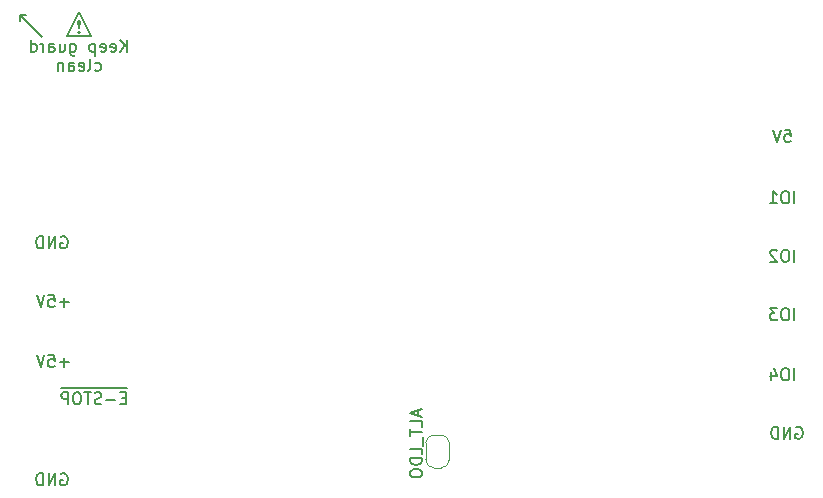
<source format=gbo>
G04 #@! TF.GenerationSoftware,KiCad,Pcbnew,6.0.10-86aedd382b~118~ubuntu22.04.1*
G04 #@! TF.CreationDate,2023-01-24T12:47:23+01:00*
G04 #@! TF.ProjectId,shield,73686965-6c64-42e6-9b69-6361645f7063,rev?*
G04 #@! TF.SameCoordinates,Original*
G04 #@! TF.FileFunction,Legend,Bot*
G04 #@! TF.FilePolarity,Positive*
%FSLAX46Y46*%
G04 Gerber Fmt 4.6, Leading zero omitted, Abs format (unit mm)*
G04 Created by KiCad (PCBNEW 6.0.10-86aedd382b~118~ubuntu22.04.1) date 2023-01-24 12:47:23*
%MOMM*%
%LPD*%
G01*
G04 APERTURE LIST*
G04 Aperture macros list*
%AMFreePoly0*
4,1,22,0.500000,-0.750000,0.000000,-0.750000,0.000000,-0.745033,-0.079941,-0.743568,-0.215256,-0.701293,-0.333266,-0.622738,-0.424486,-0.514219,-0.481581,-0.384460,-0.499164,-0.250000,-0.500000,-0.250000,-0.500000,0.250000,-0.499164,0.250000,-0.499963,0.256109,-0.478152,0.396186,-0.417904,0.524511,-0.324060,0.630769,-0.204165,0.706417,-0.067858,0.745374,0.000000,0.744959,0.000000,0.750000,
0.500000,0.750000,0.500000,-0.750000,0.500000,-0.750000,$1*%
%AMFreePoly1*
4,1,20,0.000000,0.744959,0.073905,0.744508,0.209726,0.703889,0.328688,0.626782,0.421226,0.519385,0.479903,0.390333,0.500000,0.250000,0.500000,-0.250000,0.499851,-0.262216,0.476331,-0.402017,0.414519,-0.529596,0.319384,-0.634700,0.198574,-0.708877,0.061801,-0.746166,0.000000,-0.745033,0.000000,-0.750000,-0.500000,-0.750000,-0.500000,0.750000,0.000000,0.750000,0.000000,0.744959,
0.000000,0.744959,$1*%
G04 Aperture macros list end*
%ADD10C,0.150000*%
%ADD11C,0.120000*%
%ADD12C,0.600000*%
%ADD13C,2.050000*%
%ADD14C,2.250000*%
%ADD15R,1.700000X1.700000*%
%ADD16O,1.700000X1.700000*%
%ADD17R,1.800000X1.800000*%
%ADD18C,1.800000*%
%ADD19R,3.960000X1.980000*%
%ADD20O,3.960000X1.980000*%
%ADD21C,3.200000*%
%ADD22C,1.700000*%
%ADD23R,3.000000X3.000000*%
%ADD24C,3.000000*%
%ADD25FreePoly0,270.000000*%
%ADD26FreePoly1,270.000000*%
%ADD27R,1.600000X1.600000*%
%ADD28O,1.600000X1.600000*%
G04 APERTURE END LIST*
D10*
X123888500Y-85534500D02*
X122047000Y-83693000D01*
X125476000Y-115316000D02*
X131064000Y-115316000D01*
X122047000Y-83693000D02*
X122047000Y-84201000D01*
X122047000Y-83693000D02*
X122555000Y-83693000D01*
X126126714Y-108021428D02*
X125364809Y-108021428D01*
X125745761Y-108402380D02*
X125745761Y-107640476D01*
X124412428Y-107402380D02*
X124888619Y-107402380D01*
X124936238Y-107878571D01*
X124888619Y-107830952D01*
X124793380Y-107783333D01*
X124555285Y-107783333D01*
X124460047Y-107830952D01*
X124412428Y-107878571D01*
X124364809Y-107973809D01*
X124364809Y-108211904D01*
X124412428Y-108307142D01*
X124460047Y-108354761D01*
X124555285Y-108402380D01*
X124793380Y-108402380D01*
X124888619Y-108354761D01*
X124936238Y-108307142D01*
X124079095Y-107402380D02*
X123745761Y-108402380D01*
X123412428Y-107402380D01*
X187705904Y-118626000D02*
X187801142Y-118578380D01*
X187944000Y-118578380D01*
X188086857Y-118626000D01*
X188182095Y-118721238D01*
X188229714Y-118816476D01*
X188277333Y-119006952D01*
X188277333Y-119149809D01*
X188229714Y-119340285D01*
X188182095Y-119435523D01*
X188086857Y-119530761D01*
X187944000Y-119578380D01*
X187848761Y-119578380D01*
X187705904Y-119530761D01*
X187658285Y-119483142D01*
X187658285Y-119149809D01*
X187848761Y-119149809D01*
X187229714Y-119578380D02*
X187229714Y-118578380D01*
X186658285Y-119578380D01*
X186658285Y-118578380D01*
X186182095Y-119578380D02*
X186182095Y-118578380D01*
X185944000Y-118578380D01*
X185801142Y-118626000D01*
X185705904Y-118721238D01*
X185658285Y-118816476D01*
X185610666Y-119006952D01*
X185610666Y-119149809D01*
X185658285Y-119340285D01*
X185705904Y-119435523D01*
X185801142Y-119530761D01*
X185944000Y-119578380D01*
X186182095Y-119578380D01*
X187563000Y-109545380D02*
X187563000Y-108545380D01*
X186896333Y-108545380D02*
X186705857Y-108545380D01*
X186610619Y-108593000D01*
X186515380Y-108688238D01*
X186467761Y-108878714D01*
X186467761Y-109212047D01*
X186515380Y-109402523D01*
X186610619Y-109497761D01*
X186705857Y-109545380D01*
X186896333Y-109545380D01*
X186991571Y-109497761D01*
X187086809Y-109402523D01*
X187134428Y-109212047D01*
X187134428Y-108878714D01*
X187086809Y-108688238D01*
X186991571Y-108593000D01*
X186896333Y-108545380D01*
X186134428Y-108545380D02*
X185515380Y-108545380D01*
X185848714Y-108926333D01*
X185705857Y-108926333D01*
X185610619Y-108973952D01*
X185563000Y-109021571D01*
X185515380Y-109116809D01*
X185515380Y-109354904D01*
X185563000Y-109450142D01*
X185610619Y-109497761D01*
X185705857Y-109545380D01*
X185991571Y-109545380D01*
X186086809Y-109497761D01*
X186134428Y-109450142D01*
X125475904Y-122563000D02*
X125571142Y-122515380D01*
X125714000Y-122515380D01*
X125856857Y-122563000D01*
X125952095Y-122658238D01*
X125999714Y-122753476D01*
X126047333Y-122943952D01*
X126047333Y-123086809D01*
X125999714Y-123277285D01*
X125952095Y-123372523D01*
X125856857Y-123467761D01*
X125714000Y-123515380D01*
X125618761Y-123515380D01*
X125475904Y-123467761D01*
X125428285Y-123420142D01*
X125428285Y-123086809D01*
X125618761Y-123086809D01*
X124999714Y-123515380D02*
X124999714Y-122515380D01*
X124428285Y-123515380D01*
X124428285Y-122515380D01*
X123952095Y-123515380D02*
X123952095Y-122515380D01*
X123714000Y-122515380D01*
X123571142Y-122563000D01*
X123475904Y-122658238D01*
X123428285Y-122753476D01*
X123380666Y-122943952D01*
X123380666Y-123086809D01*
X123428285Y-123277285D01*
X123475904Y-123372523D01*
X123571142Y-123467761D01*
X123714000Y-123515380D01*
X123952095Y-123515380D01*
X187563000Y-114625380D02*
X187563000Y-113625380D01*
X186896333Y-113625380D02*
X186705857Y-113625380D01*
X186610619Y-113673000D01*
X186515380Y-113768238D01*
X186467761Y-113958714D01*
X186467761Y-114292047D01*
X186515380Y-114482523D01*
X186610619Y-114577761D01*
X186705857Y-114625380D01*
X186896333Y-114625380D01*
X186991571Y-114577761D01*
X187086809Y-114482523D01*
X187134428Y-114292047D01*
X187134428Y-113958714D01*
X187086809Y-113768238D01*
X186991571Y-113673000D01*
X186896333Y-113625380D01*
X185610619Y-113958714D02*
X185610619Y-114625380D01*
X185848714Y-113577761D02*
X186086809Y-114292047D01*
X185467761Y-114292047D01*
X125475904Y-102497000D02*
X125571142Y-102449380D01*
X125714000Y-102449380D01*
X125856857Y-102497000D01*
X125952095Y-102592238D01*
X125999714Y-102687476D01*
X126047333Y-102877952D01*
X126047333Y-103020809D01*
X125999714Y-103211285D01*
X125952095Y-103306523D01*
X125856857Y-103401761D01*
X125714000Y-103449380D01*
X125618761Y-103449380D01*
X125475904Y-103401761D01*
X125428285Y-103354142D01*
X125428285Y-103020809D01*
X125618761Y-103020809D01*
X124999714Y-103449380D02*
X124999714Y-102449380D01*
X124428285Y-103449380D01*
X124428285Y-102449380D01*
X123952095Y-103449380D02*
X123952095Y-102449380D01*
X123714000Y-102449380D01*
X123571142Y-102497000D01*
X123475904Y-102592238D01*
X123428285Y-102687476D01*
X123380666Y-102877952D01*
X123380666Y-103020809D01*
X123428285Y-103211285D01*
X123475904Y-103306523D01*
X123571142Y-103401761D01*
X123714000Y-103449380D01*
X123952095Y-103449380D01*
X126126714Y-113101428D02*
X125364809Y-113101428D01*
X125745761Y-113482380D02*
X125745761Y-112720476D01*
X124412428Y-112482380D02*
X124888619Y-112482380D01*
X124936238Y-112958571D01*
X124888619Y-112910952D01*
X124793380Y-112863333D01*
X124555285Y-112863333D01*
X124460047Y-112910952D01*
X124412428Y-112958571D01*
X124364809Y-113053809D01*
X124364809Y-113291904D01*
X124412428Y-113387142D01*
X124460047Y-113434761D01*
X124555285Y-113482380D01*
X124793380Y-113482380D01*
X124888619Y-113434761D01*
X124936238Y-113387142D01*
X124079095Y-112482380D02*
X123745761Y-113482380D01*
X123412428Y-112482380D01*
X127000000Y-85107142D02*
X126952380Y-85154761D01*
X127000000Y-85202380D01*
X127047619Y-85154761D01*
X127000000Y-85107142D01*
X127000000Y-85202380D01*
X127000000Y-84821428D02*
X127047619Y-84250000D01*
X127000000Y-84202380D01*
X126952380Y-84250000D01*
X127000000Y-84821428D01*
X127000000Y-84202380D01*
X131071428Y-86812380D02*
X131071428Y-85812380D01*
X130500000Y-86812380D02*
X130928571Y-86240952D01*
X130500000Y-85812380D02*
X131071428Y-86383809D01*
X129690476Y-86764761D02*
X129785714Y-86812380D01*
X129976190Y-86812380D01*
X130071428Y-86764761D01*
X130119047Y-86669523D01*
X130119047Y-86288571D01*
X130071428Y-86193333D01*
X129976190Y-86145714D01*
X129785714Y-86145714D01*
X129690476Y-86193333D01*
X129642857Y-86288571D01*
X129642857Y-86383809D01*
X130119047Y-86479047D01*
X128833333Y-86764761D02*
X128928571Y-86812380D01*
X129119047Y-86812380D01*
X129214285Y-86764761D01*
X129261904Y-86669523D01*
X129261904Y-86288571D01*
X129214285Y-86193333D01*
X129119047Y-86145714D01*
X128928571Y-86145714D01*
X128833333Y-86193333D01*
X128785714Y-86288571D01*
X128785714Y-86383809D01*
X129261904Y-86479047D01*
X128357142Y-86145714D02*
X128357142Y-87145714D01*
X128357142Y-86193333D02*
X128261904Y-86145714D01*
X128071428Y-86145714D01*
X127976190Y-86193333D01*
X127928571Y-86240952D01*
X127880952Y-86336190D01*
X127880952Y-86621904D01*
X127928571Y-86717142D01*
X127976190Y-86764761D01*
X128071428Y-86812380D01*
X128261904Y-86812380D01*
X128357142Y-86764761D01*
X126261904Y-86145714D02*
X126261904Y-86955238D01*
X126309523Y-87050476D01*
X126357142Y-87098095D01*
X126452380Y-87145714D01*
X126595238Y-87145714D01*
X126690476Y-87098095D01*
X126261904Y-86764761D02*
X126357142Y-86812380D01*
X126547619Y-86812380D01*
X126642857Y-86764761D01*
X126690476Y-86717142D01*
X126738095Y-86621904D01*
X126738095Y-86336190D01*
X126690476Y-86240952D01*
X126642857Y-86193333D01*
X126547619Y-86145714D01*
X126357142Y-86145714D01*
X126261904Y-86193333D01*
X125357142Y-86145714D02*
X125357142Y-86812380D01*
X125785714Y-86145714D02*
X125785714Y-86669523D01*
X125738095Y-86764761D01*
X125642857Y-86812380D01*
X125500000Y-86812380D01*
X125404761Y-86764761D01*
X125357142Y-86717142D01*
X124452380Y-86812380D02*
X124452380Y-86288571D01*
X124500000Y-86193333D01*
X124595238Y-86145714D01*
X124785714Y-86145714D01*
X124880952Y-86193333D01*
X124452380Y-86764761D02*
X124547619Y-86812380D01*
X124785714Y-86812380D01*
X124880952Y-86764761D01*
X124928571Y-86669523D01*
X124928571Y-86574285D01*
X124880952Y-86479047D01*
X124785714Y-86431428D01*
X124547619Y-86431428D01*
X124452380Y-86383809D01*
X123976190Y-86812380D02*
X123976190Y-86145714D01*
X123976190Y-86336190D02*
X123928571Y-86240952D01*
X123880952Y-86193333D01*
X123785714Y-86145714D01*
X123690476Y-86145714D01*
X122928571Y-86812380D02*
X122928571Y-85812380D01*
X122928571Y-86764761D02*
X123023809Y-86812380D01*
X123214285Y-86812380D01*
X123309523Y-86764761D01*
X123357142Y-86717142D01*
X123404761Y-86621904D01*
X123404761Y-86336190D01*
X123357142Y-86240952D01*
X123309523Y-86193333D01*
X123214285Y-86145714D01*
X123023809Y-86145714D01*
X122928571Y-86193333D01*
X128357142Y-88374761D02*
X128452380Y-88422380D01*
X128642857Y-88422380D01*
X128738095Y-88374761D01*
X128785714Y-88327142D01*
X128833333Y-88231904D01*
X128833333Y-87946190D01*
X128785714Y-87850952D01*
X128738095Y-87803333D01*
X128642857Y-87755714D01*
X128452380Y-87755714D01*
X128357142Y-87803333D01*
X127785714Y-88422380D02*
X127880952Y-88374761D01*
X127928571Y-88279523D01*
X127928571Y-87422380D01*
X127023809Y-88374761D02*
X127119047Y-88422380D01*
X127309523Y-88422380D01*
X127404761Y-88374761D01*
X127452380Y-88279523D01*
X127452380Y-87898571D01*
X127404761Y-87803333D01*
X127309523Y-87755714D01*
X127119047Y-87755714D01*
X127023809Y-87803333D01*
X126976190Y-87898571D01*
X126976190Y-87993809D01*
X127452380Y-88089047D01*
X126119047Y-88422380D02*
X126119047Y-87898571D01*
X126166666Y-87803333D01*
X126261904Y-87755714D01*
X126452380Y-87755714D01*
X126547619Y-87803333D01*
X126119047Y-88374761D02*
X126214285Y-88422380D01*
X126452380Y-88422380D01*
X126547619Y-88374761D01*
X126595238Y-88279523D01*
X126595238Y-88184285D01*
X126547619Y-88089047D01*
X126452380Y-88041428D01*
X126214285Y-88041428D01*
X126119047Y-87993809D01*
X125642857Y-87755714D02*
X125642857Y-88422380D01*
X125642857Y-87850952D02*
X125595238Y-87803333D01*
X125500000Y-87755714D01*
X125357142Y-87755714D01*
X125261904Y-87803333D01*
X125214285Y-87898571D01*
X125214285Y-88422380D01*
X187563000Y-99639380D02*
X187563000Y-98639380D01*
X186896333Y-98639380D02*
X186705857Y-98639380D01*
X186610619Y-98687000D01*
X186515380Y-98782238D01*
X186467761Y-98972714D01*
X186467761Y-99306047D01*
X186515380Y-99496523D01*
X186610619Y-99591761D01*
X186705857Y-99639380D01*
X186896333Y-99639380D01*
X186991571Y-99591761D01*
X187086809Y-99496523D01*
X187134428Y-99306047D01*
X187134428Y-98972714D01*
X187086809Y-98782238D01*
X186991571Y-98687000D01*
X186896333Y-98639380D01*
X185515380Y-99639380D02*
X186086809Y-99639380D01*
X185801095Y-99639380D02*
X185801095Y-98639380D01*
X185896333Y-98782238D01*
X185991571Y-98877476D01*
X186086809Y-98925095D01*
X187563000Y-104592380D02*
X187563000Y-103592380D01*
X186896333Y-103592380D02*
X186705857Y-103592380D01*
X186610619Y-103640000D01*
X186515380Y-103735238D01*
X186467761Y-103925714D01*
X186467761Y-104259047D01*
X186515380Y-104449523D01*
X186610619Y-104544761D01*
X186705857Y-104592380D01*
X186896333Y-104592380D01*
X186991571Y-104544761D01*
X187086809Y-104449523D01*
X187134428Y-104259047D01*
X187134428Y-103925714D01*
X187086809Y-103735238D01*
X186991571Y-103640000D01*
X186896333Y-103592380D01*
X186086809Y-103687619D02*
X186039190Y-103640000D01*
X185943952Y-103592380D01*
X185705857Y-103592380D01*
X185610619Y-103640000D01*
X185563000Y-103687619D01*
X185515380Y-103782857D01*
X185515380Y-103878095D01*
X185563000Y-104020952D01*
X186134428Y-104592380D01*
X185515380Y-104592380D01*
X128000000Y-85486761D02*
X127000000Y-83486761D01*
X126000000Y-85486761D01*
X128000000Y-85486761D01*
X155741666Y-117181666D02*
X155741666Y-117657857D01*
X156027380Y-117086428D02*
X155027380Y-117419761D01*
X156027380Y-117753095D01*
X156027380Y-118562619D02*
X156027380Y-118086428D01*
X155027380Y-118086428D01*
X155027380Y-118753095D02*
X155027380Y-119324523D01*
X156027380Y-119038809D02*
X155027380Y-119038809D01*
X156122619Y-119419761D02*
X156122619Y-120181666D01*
X156027380Y-120895952D02*
X156027380Y-120419761D01*
X155027380Y-120419761D01*
X156027380Y-121229285D02*
X155027380Y-121229285D01*
X155027380Y-121467380D01*
X155075000Y-121610238D01*
X155170238Y-121705476D01*
X155265476Y-121753095D01*
X155455952Y-121800714D01*
X155598809Y-121800714D01*
X155789285Y-121753095D01*
X155884523Y-121705476D01*
X155979761Y-121610238D01*
X156027380Y-121467380D01*
X156027380Y-121229285D01*
X155027380Y-122419761D02*
X155027380Y-122610238D01*
X155075000Y-122705476D01*
X155170238Y-122800714D01*
X155360714Y-122848333D01*
X155694047Y-122848333D01*
X155884523Y-122800714D01*
X155979761Y-122705476D01*
X156027380Y-122610238D01*
X156027380Y-122419761D01*
X155979761Y-122324523D01*
X155884523Y-122229285D01*
X155694047Y-122181666D01*
X155360714Y-122181666D01*
X155170238Y-122229285D01*
X155075000Y-122324523D01*
X155027380Y-122419761D01*
X130984285Y-116133571D02*
X130650952Y-116133571D01*
X130508095Y-116657380D02*
X130984285Y-116657380D01*
X130984285Y-115657380D01*
X130508095Y-115657380D01*
X130079523Y-116276428D02*
X129317619Y-116276428D01*
X128889047Y-116609761D02*
X128746190Y-116657380D01*
X128508095Y-116657380D01*
X128412857Y-116609761D01*
X128365238Y-116562142D01*
X128317619Y-116466904D01*
X128317619Y-116371666D01*
X128365238Y-116276428D01*
X128412857Y-116228809D01*
X128508095Y-116181190D01*
X128698571Y-116133571D01*
X128793809Y-116085952D01*
X128841428Y-116038333D01*
X128889047Y-115943095D01*
X128889047Y-115847857D01*
X128841428Y-115752619D01*
X128793809Y-115705000D01*
X128698571Y-115657380D01*
X128460476Y-115657380D01*
X128317619Y-115705000D01*
X128031904Y-115657380D02*
X127460476Y-115657380D01*
X127746190Y-116657380D02*
X127746190Y-115657380D01*
X126936666Y-115657380D02*
X126746190Y-115657380D01*
X126650952Y-115705000D01*
X126555714Y-115800238D01*
X126508095Y-115990714D01*
X126508095Y-116324047D01*
X126555714Y-116514523D01*
X126650952Y-116609761D01*
X126746190Y-116657380D01*
X126936666Y-116657380D01*
X127031904Y-116609761D01*
X127127142Y-116514523D01*
X127174761Y-116324047D01*
X127174761Y-115990714D01*
X127127142Y-115800238D01*
X127031904Y-115705000D01*
X126936666Y-115657380D01*
X126079523Y-116657380D02*
X126079523Y-115657380D01*
X125698571Y-115657380D01*
X125603333Y-115705000D01*
X125555714Y-115752619D01*
X125508095Y-115847857D01*
X125508095Y-115990714D01*
X125555714Y-116085952D01*
X125603333Y-116133571D01*
X125698571Y-116181190D01*
X126079523Y-116181190D01*
X186753476Y-93432380D02*
X187229666Y-93432380D01*
X187277285Y-93908571D01*
X187229666Y-93860952D01*
X187134428Y-93813333D01*
X186896333Y-93813333D01*
X186801095Y-93860952D01*
X186753476Y-93908571D01*
X186705857Y-94003809D01*
X186705857Y-94241904D01*
X186753476Y-94337142D01*
X186801095Y-94384761D01*
X186896333Y-94432380D01*
X187134428Y-94432380D01*
X187229666Y-94384761D01*
X187277285Y-94337142D01*
X186420142Y-93432380D02*
X186086809Y-94432380D01*
X185753476Y-93432380D01*
D11*
X157053000Y-122050000D02*
X157653000Y-122050000D01*
X158353000Y-121350000D02*
X158353000Y-119950000D01*
X156353000Y-119950000D02*
X156353000Y-121350000D01*
X157653000Y-119250000D02*
X157053000Y-119250000D01*
X157653000Y-122050000D02*
G75*
G03*
X158353000Y-121350000I0J700000D01*
G01*
X157053000Y-119250000D02*
G75*
G03*
X156353000Y-119950000I-1J-699999D01*
G01*
X156353000Y-121350000D02*
G75*
G03*
X157053000Y-122050000I700000J0D01*
G01*
X158353000Y-119950000D02*
G75*
G03*
X157653000Y-119250000I-699999J1D01*
G01*
%LPC*%
D10*
X116078000Y-80899000D02*
X116332000Y-80645000D01*
X116332000Y-80645000D02*
X118618000Y-80645000D01*
X116332000Y-83185000D02*
X120777000Y-83185000D01*
X116078000Y-82931000D02*
X116078000Y-80899000D01*
X116332000Y-83185000D02*
X116078000Y-82931000D01*
D12*
X121181000Y-82931000D02*
G75*
G03*
X121181000Y-82931000I-150000J0D01*
G01*
D10*
X118618000Y-80645000D02*
X120777000Y-82804000D01*
D13*
X180213000Y-87122000D03*
D14*
X177673000Y-84582000D03*
X182753000Y-84582000D03*
X177673000Y-89662000D03*
X182753000Y-89662000D03*
D15*
X142997000Y-114432000D03*
D16*
X145537000Y-114432000D03*
X142997000Y-116972000D03*
X145537000Y-116972000D03*
X142997000Y-119512000D03*
X145537000Y-119512000D03*
X142997000Y-122052000D03*
X145537000Y-122052000D03*
X142997000Y-124592000D03*
X145537000Y-124592000D03*
D17*
X117475000Y-81910000D03*
D18*
X117475000Y-84450000D03*
D19*
X128260000Y-113069000D03*
D20*
X128260000Y-118069000D03*
X128260000Y-123069000D03*
D21*
X127762000Y-93218000D03*
X127762000Y-75946000D03*
D15*
X188443000Y-78344000D03*
D16*
X188443000Y-75804000D03*
X188443000Y-73264000D03*
D19*
X128270000Y-103077000D03*
D20*
X128270000Y-108077000D03*
D22*
X138049000Y-87122000D03*
D16*
X140589000Y-87122000D03*
X138049000Y-84582000D03*
X140589000Y-84582000D03*
X138049000Y-82042000D03*
X140589000Y-82042000D03*
D23*
X183642000Y-119126000D03*
D24*
X183642000Y-114126000D03*
X183642000Y-109126000D03*
X183642000Y-104126000D03*
X183642000Y-99126000D03*
X183642000Y-94126000D03*
D25*
X157353000Y-120000000D03*
D26*
X157353000Y-121300000D03*
D27*
X149733000Y-124079000D03*
D28*
X152273000Y-124079000D03*
X154813000Y-124079000D03*
X157353000Y-124079000D03*
X159893000Y-124079000D03*
X162433000Y-124079000D03*
X164973000Y-124079000D03*
X167513000Y-124079000D03*
X172593000Y-124079000D03*
X175133000Y-124079000D03*
X177673000Y-124079000D03*
X180213000Y-124079000D03*
X182753000Y-124079000D03*
X185293000Y-124079000D03*
X185293000Y-75819000D03*
X182753000Y-75819000D03*
X180213000Y-75819000D03*
X177673000Y-75819000D03*
X175133000Y-75819000D03*
X172593000Y-75819000D03*
X170053000Y-75819000D03*
X167513000Y-75819000D03*
X163453000Y-75819000D03*
X160913000Y-75819000D03*
X158373000Y-75819000D03*
X155833000Y-75819000D03*
X153293000Y-75819000D03*
X150753000Y-75819000D03*
X148213000Y-75819000D03*
X145673000Y-75819000D03*
X143133000Y-75819000D03*
X140593000Y-75819000D03*
M02*

</source>
